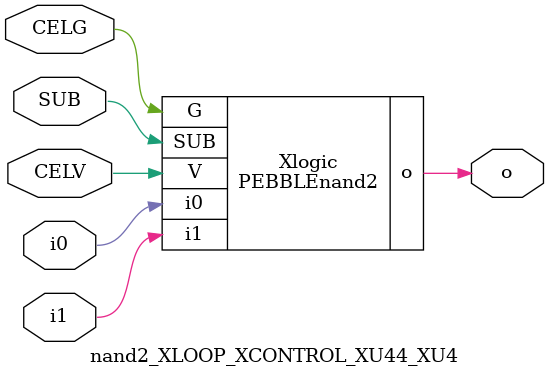
<source format=v>



module PEBBLEnand2 ( o, G, SUB, V, i0, i1 );

  input i0;
  input V;
  input i1;
  input G;
  output o;
  input SUB;
endmodule

//Celera Confidential Do Not Copy nand2_XLOOP_XCONTROL_XU44_XU4
//Celera Confidential Symbol Generator
//5V NAND2
module nand2_XLOOP_XCONTROL_XU44_XU4 (CELV,CELG,i0,i1,o,SUB);
input CELV;
input CELG;
input i0;
input i1;
input SUB;
output o;

//Celera Confidential Do Not Copy nand2
PEBBLEnand2 Xlogic(
.V (CELV),
.i0 (i0),
.i1 (i1),
.o (o),
.SUB (SUB),
.G (CELG)
);
//,diesize,PEBBLEnand2

//Celera Confidential Do Not Copy Module End
//Celera Schematic Generator
endmodule

</source>
